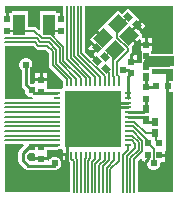
<source format=gtl>
%FSLAX24Y24*%
%MOIN*%
G70*
G01*
G75*
G04 Layer_Physical_Order=1*
G04 Layer_Color=255*
%ADD10R,0.0394X0.0709*%
%ADD11R,0.0197X0.0236*%
%ADD12R,0.0197X0.0256*%
%ADD13R,0.0236X0.0197*%
%ADD14R,0.0400X0.0370*%
G04:AMPARAMS|DCode=15|XSize=47.2mil|YSize=43.3mil|CornerRadius=0mil|HoleSize=0mil|Usage=FLASHONLY|Rotation=225.000|XOffset=0mil|YOffset=0mil|HoleType=Round|Shape=Rectangle|*
%AMROTATEDRECTD15*
4,1,4,0.0014,0.0320,0.0320,0.0014,-0.0014,-0.0320,-0.0320,-0.0014,0.0014,0.0320,0.0*
%
%ADD15ROTATEDRECTD15*%

%ADD16O,0.0256X0.0079*%
%ADD17O,0.0079X0.0256*%
%ADD18R,0.1850X0.1850*%
G04:AMPARAMS|DCode=19|XSize=19.7mil|YSize=23.6mil|CornerRadius=0mil|HoleSize=0mil|Usage=FLASHONLY|Rotation=225.000|XOffset=0mil|YOffset=0mil|HoleType=Round|Shape=Rectangle|*
%AMROTATEDRECTD19*
4,1,4,-0.0014,0.0153,0.0153,-0.0014,0.0014,-0.0153,-0.0153,0.0014,-0.0014,0.0153,0.0*
%
%ADD19ROTATEDRECTD19*%

%ADD20C,0.0060*%
%ADD21C,0.0080*%
%ADD22C,0.0370*%
%ADD23C,0.0090*%
%ADD24C,0.0240*%
%ADD25C,0.0260*%
G36*
X2670Y2169D02*
X2517D01*
X2510Y2170D01*
X1948D01*
Y2269D01*
X1988D01*
Y2437D01*
X1592D01*
Y2269D01*
X1632D01*
Y1982D01*
X1631Y1979D01*
X1626Y1952D01*
X1625Y1924D01*
X1626Y1897D01*
X1626Y1897D01*
D01*
X1597Y1860D01*
X1488D01*
Y1867D01*
X1290D01*
Y1967D01*
X1488D01*
Y2135D01*
X1275D01*
X1256Y2181D01*
X1262Y2188D01*
X1275Y2203D01*
X1286Y2221D01*
X1294Y2240D01*
X1294Y2240D01*
X1294Y2240D01*
Y2240D01*
X1299Y2260D01*
X1300Y2280D01*
Y2360D01*
X1299Y2380D01*
X1295Y2396D01*
X1294Y2400D01*
X1292Y2405D01*
X1410Y2523D01*
X1186Y2746D01*
X1257Y2817D01*
X1481Y2593D01*
X1545Y2658D01*
X1592Y2639D01*
Y2537D01*
X1740D01*
Y2705D01*
X1658D01*
X1639Y2751D01*
X1683Y2796D01*
X1558Y2921D01*
X1578Y2941D01*
X1424Y3095D01*
X1459Y3131D01*
X1424Y3166D01*
X1564Y3306D01*
X1445Y3425D01*
X1167Y3704D01*
X971Y3508D01*
X846Y3633D01*
X372Y3160D01*
Y3160D01*
X170Y2957D01*
X394Y2734D01*
X323Y2663D01*
X99Y2887D01*
X-103Y2684D01*
X22Y2559D01*
X12Y2549D01*
X166Y2395D01*
X131Y2359D01*
X166Y2324D01*
X26Y2184D01*
X56Y2153D01*
X32Y2129D01*
X186Y1975D01*
X115Y1904D01*
X-39Y2058D01*
X-47Y2050D01*
X-250Y2252D01*
Y3770D01*
X2670D01*
Y2169D01*
D02*
G37*
G36*
X-1902Y2358D02*
X-1887Y2344D01*
X-1869Y2334D01*
X-1850Y2326D01*
X-1830Y2321D01*
X-1810Y2320D01*
X-1574D01*
X-1470Y2216D01*
Y1800D01*
X-1469Y1780D01*
X-1464Y1760D01*
X-1459Y1749D01*
X-1456Y1741D01*
X-1445Y1724D01*
X-1432Y1708D01*
X-1006Y1282D01*
X-1006Y1280D01*
Y1102D01*
X-1004Y1080D01*
X-999Y1059D01*
X-999Y1059D01*
X-999Y1059D01*
X-998Y1025D01*
X-1025D01*
Y998D01*
X-1059Y999D01*
X-1059Y999D01*
X-1059Y999D01*
X-1080Y1004D01*
X-1102Y1006D01*
X-1152D01*
X-1168Y1010D01*
X-1191Y1012D01*
X-1522D01*
Y1097D01*
Y1265D01*
X-1918D01*
Y1236D01*
X-1952Y1168D01*
X-1959Y1163D01*
X-1982Y1171D01*
X-2011Y1177D01*
X-2040Y1179D01*
X-2048Y1178D01*
X-2084Y1212D01*
Y1653D01*
X-2074Y1662D01*
X-2055Y1684D01*
X-2039Y1708D01*
X-2026Y1734D01*
X-2017Y1761D01*
X-2011Y1789D01*
X-2009Y1818D01*
X-2011Y1847D01*
X-2017Y1875D01*
X-2026Y1902D01*
X-2039Y1928D01*
X-2055Y1952D01*
X-2074Y1974D01*
X-2095Y1993D01*
X-2119Y2009D01*
X-2145Y2022D01*
X-2172Y2031D01*
X-2201Y2037D01*
X-2230Y2039D01*
X-2258Y2037D01*
X-2287Y2031D01*
X-2314Y2022D01*
X-2340Y2009D01*
X-2364Y1993D01*
X-2385Y1974D01*
X-2404Y1952D01*
X-2420Y1928D01*
X-2433Y1902D01*
X-2442Y1875D01*
X-2448Y1847D01*
X-2450Y1818D01*
X-2448Y1789D01*
X-2442Y1761D01*
X-2433Y1734D01*
X-2420Y1708D01*
X-2404Y1684D01*
X-2385Y1662D01*
X-2375Y1653D01*
Y1148D01*
X-2375Y1148D01*
X-2375D01*
X-2373Y1125D01*
X-2368Y1103D01*
X-2359Y1082D01*
X-2347Y1063D01*
X-2332Y1045D01*
X-2259Y972D01*
X-2260Y958D01*
X-2258Y929D01*
X-2252Y901D01*
X-2243Y874D01*
X-2230Y848D01*
X-2214Y824D01*
X-2195Y802D01*
X-2174Y783D01*
X-2150Y767D01*
X-2124Y754D01*
X-2097Y745D01*
X-2068Y740D01*
X-2040Y738D01*
X-2035Y738D01*
X-2002Y700D01*
X-2006Y680D01*
X-2911D01*
Y2440D01*
X-1984D01*
X-1902Y2358D01*
D02*
G37*
G36*
X2670Y1288D02*
X2547D01*
Y1090D01*
Y892D01*
X2670D01*
Y-2430D01*
X1500D01*
Y-1396D01*
X1595Y-1301D01*
X1642Y-1321D01*
Y-1415D01*
X1775D01*
X1809Y-1451D01*
X1808Y-1472D01*
X1810Y-1501D01*
X1815Y-1529D01*
X1825Y-1556D01*
X1837Y-1582D01*
X1854Y-1606D01*
X1873Y-1628D01*
X1894Y-1647D01*
X1918Y-1663D01*
X1944Y-1676D01*
X1971Y-1685D01*
X2000Y-1690D01*
X2028Y-1692D01*
X2057Y-1690D01*
X2085Y-1685D01*
X2113Y-1676D01*
X2139Y-1663D01*
X2163Y-1647D01*
X2184Y-1628D01*
X2203Y-1606D01*
X2219Y-1582D01*
X2232Y-1556D01*
X2241Y-1529D01*
X2247Y-1501D01*
X2249Y-1472D01*
X2248Y-1451D01*
X2282Y-1415D01*
X2418D01*
Y-1247D01*
X2220D01*
Y-1147D01*
X2418D01*
Y-1070D01*
X2430D01*
Y892D01*
X2447D01*
Y1090D01*
Y1288D01*
X2430D01*
Y1500D01*
X1990D01*
Y1679D01*
X2510D01*
X2517Y1679D01*
X2670D01*
Y1288D01*
D02*
G37*
G36*
X-990Y3555D02*
X-1000D01*
Y3337D01*
X-1100D01*
Y3555D01*
X-1161D01*
Y3594D01*
X-1755D01*
Y2994D01*
X-1801Y2975D01*
X-1861Y3035D01*
X-1876Y3049D01*
X-1894Y3059D01*
X-1902Y3063D01*
X-1913Y3067D01*
X-1933Y3072D01*
X-1953Y3074D01*
X-2145D01*
Y3594D01*
X-2739D01*
Y3555D01*
X-2800D01*
Y3337D01*
X-2900D01*
Y3555D01*
X-2911D01*
Y3770D01*
X-990D01*
Y3555D01*
D02*
G37*
G36*
X-2299Y-885D02*
X-2442Y-1029D01*
X-2457Y-1046D01*
X-2469Y-1066D01*
X-2478Y-1087D01*
X-2483Y-1109D01*
X-2485Y-1132D01*
Y-1362D01*
X-2483Y-1385D01*
X-2478Y-1407D01*
X-2469Y-1428D01*
X-2457Y-1447D01*
X-2442Y-1465D01*
X-2259Y-1648D01*
X-2242Y-1663D01*
X-2222Y-1675D01*
X-2201Y-1683D01*
X-2179Y-1689D01*
X-2156Y-1690D01*
X-1301D01*
X-1301Y-1690D01*
X-1272Y-1692D01*
X-1244Y-1690D01*
X-1215Y-1685D01*
X-1188Y-1676D01*
X-1162Y-1663D01*
X-1138Y-1647D01*
X-1116Y-1628D01*
X-1097Y-1606D01*
X-1081Y-1582D01*
X-1069Y-1556D01*
X-1059Y-1529D01*
X-1054Y-1501D01*
X-1052Y-1472D01*
X-1054Y-1443D01*
X-1059Y-1415D01*
X-1069Y-1388D01*
X-1081Y-1362D01*
X-1097Y-1338D01*
X-1116Y-1316D01*
X-1138Y-1297D01*
X-1162Y-1281D01*
X-1188Y-1268D01*
X-1215Y-1259D01*
X-1244Y-1253D01*
X-1272Y-1251D01*
X-1301Y-1253D01*
X-1329Y-1259D01*
X-1357Y-1268D01*
X-1383Y-1281D01*
X-1407Y-1297D01*
X-1428Y-1316D01*
X-1447Y-1338D01*
X-1463Y-1362D01*
X-1473Y-1381D01*
X-1522Y-1370D01*
Y-1367D01*
X-1918D01*
Y-1400D01*
X-2096D01*
X-2194Y-1302D01*
Y-1192D01*
X-2115Y-1113D01*
X-2094Y-1124D01*
X-2067Y-1133D01*
X-2039Y-1139D01*
X-2010Y-1140D01*
X-1981Y-1139D01*
X-1957Y-1134D01*
X-1951Y-1139D01*
X-1918Y-1235D01*
Y-1267D01*
X-1522D01*
Y-1141D01*
Y-1012D01*
X-1181D01*
X-1158Y-1010D01*
X-1142Y-1006D01*
X-1102D01*
X-1080Y-1004D01*
X-1059Y-999D01*
X-1059Y-999D01*
X-1059Y-999D01*
X-1025Y-998D01*
Y-1025D01*
X-998D01*
D01*
X-999Y-1059D01*
X-999Y-1059D01*
X-999Y-1059D01*
X-1004Y-1080D01*
X-1006Y-1102D01*
Y-1141D01*
X-866D01*
Y-1191D01*
X-848D01*
Y-1280D01*
X-847Y-1301D01*
X-842Y-1323D01*
X-838Y-1332D01*
X-837Y-1338D01*
X-833Y-1358D01*
X-825Y-1376D01*
X-816Y-1391D01*
Y-1410D01*
X-805Y-1405D01*
X-801Y-1409D01*
X-760Y-1450D01*
Y-2430D01*
X-2911D01*
Y-839D01*
X-2318D01*
X-2299Y-885D01*
D02*
G37*
%LPC*%
G36*
X-916Y-1241D02*
X-1006D01*
Y-1280D01*
X-1004Y-1301D01*
X-999Y-1323D01*
X-991Y-1343D01*
X-979Y-1362D01*
X-965Y-1378D01*
X-948Y-1393D01*
X-930Y-1404D01*
X-916Y-1410D01*
Y-1241D01*
D02*
G37*
G36*
X-1770Y1533D02*
X-1918D01*
Y1365D01*
X-1770D01*
Y1533D01*
D02*
G37*
G36*
X1988Y2705D02*
X1840D01*
Y2537D01*
X1988D01*
Y2705D01*
D02*
G37*
G36*
X1635Y3236D02*
X1530Y3131D01*
X1649Y3012D01*
X1754Y3117D01*
X1635Y3236D01*
D02*
G37*
G36*
X-1522Y1533D02*
X-1670D01*
Y1365D01*
X-1522D01*
Y1533D01*
D02*
G37*
G36*
X-59Y2478D02*
X-164Y2373D01*
X-45Y2254D01*
X60Y2359D01*
X-59Y2478D01*
D02*
G37*
%LPD*%
D10*
X-1458Y3140D02*
D03*
X-2442D02*
D03*
D11*
X-2850Y2943D02*
D03*
Y3337D02*
D03*
X-1050Y2943D02*
D03*
Y3337D02*
D03*
X1790Y2487D02*
D03*
Y2093D02*
D03*
Y1067D02*
D03*
Y673D02*
D03*
X2220Y-1197D02*
D03*
Y-803D02*
D03*
X1840D02*
D03*
Y-1197D02*
D03*
X-1720Y-923D02*
D03*
Y-1317D02*
D03*
X1290Y1523D02*
D03*
Y1917D02*
D03*
X-1720Y921D02*
D03*
Y1315D02*
D03*
D12*
X1790Y1767D02*
D03*
Y1393D02*
D03*
X2070Y-103D02*
D03*
Y-477D02*
D03*
X1790Y347D02*
D03*
Y-27D02*
D03*
D13*
X2497Y1090D02*
D03*
X2103D02*
D03*
D14*
X2510Y1924D02*
D03*
D15*
X1221Y2782D02*
D03*
X832Y3171D02*
D03*
X748Y2308D02*
D03*
X358Y2698D02*
D03*
D16*
X-1191Y866D02*
D03*
Y709D02*
D03*
Y551D02*
D03*
Y394D02*
D03*
Y236D02*
D03*
Y79D02*
D03*
Y-79D02*
D03*
Y-236D02*
D03*
Y-394D02*
D03*
Y-551D02*
D03*
Y-709D02*
D03*
Y-866D02*
D03*
X1191D02*
D03*
Y-709D02*
D03*
Y-551D02*
D03*
Y-394D02*
D03*
Y-236D02*
D03*
Y-79D02*
D03*
Y79D02*
D03*
Y236D02*
D03*
Y394D02*
D03*
Y551D02*
D03*
Y709D02*
D03*
Y866D02*
D03*
D17*
X-866Y-1191D02*
D03*
X-709D02*
D03*
X-551D02*
D03*
X-394D02*
D03*
X-236D02*
D03*
X-79D02*
D03*
X79D02*
D03*
X236D02*
D03*
X394D02*
D03*
X551D02*
D03*
X709D02*
D03*
X866D02*
D03*
Y1191D02*
D03*
X709D02*
D03*
X551D02*
D03*
X394D02*
D03*
X236D02*
D03*
X79D02*
D03*
X-79D02*
D03*
X-236D02*
D03*
X-394D02*
D03*
X-551D02*
D03*
X-709D02*
D03*
X-866D02*
D03*
D18*
X-0Y0D02*
D03*
D19*
X429Y1661D02*
D03*
X151Y1939D02*
D03*
X409Y2081D02*
D03*
X131Y2359D02*
D03*
X1181Y3409D02*
D03*
X1459Y3131D02*
D03*
D20*
X-980Y1949D02*
Y2420D01*
X-1100Y1900D02*
Y2370D01*
X-1220Y1850D02*
Y2320D01*
X-1340Y1800D02*
Y2270D01*
X-1810Y2450D02*
X-1520D01*
X-2920Y2570D02*
X-1930D01*
X-1810Y2450D01*
X-1750Y2570D02*
X-1470D01*
X-2920Y2690D02*
X-1870D01*
X-1750Y2570D01*
X-2850Y2943D02*
X-1953D01*
X-1700Y2690D01*
X-1420D01*
X-1261Y2943D02*
X-1050D01*
X-1465Y2905D02*
X-980Y2420D01*
X-1420Y2690D02*
X-1100Y2370D01*
X-1470Y2570D02*
X-1220Y2320D01*
X-1520Y2450D02*
X-1340Y2270D01*
X-380Y2198D02*
Y3779D01*
X-500Y2148D02*
Y3779D01*
X-620Y2099D02*
Y3779D01*
X-740Y2049D02*
Y3779D01*
X-860Y1999D02*
Y3779D01*
X-2919Y-709D02*
X-1181D01*
X-2919Y-551D02*
X-1181D01*
X-2919Y-394D02*
X-1181D01*
X-2919Y-236D02*
X-1181D01*
X-2919Y-79D02*
X-1181D01*
X-2919Y79D02*
X-1181D01*
X-2919Y236D02*
X-1181D01*
X-2919Y394D02*
X-1181D01*
X-709Y1181D02*
Y1339D01*
X-551Y1181D02*
Y1351D01*
X-394Y1181D02*
Y1363D01*
X-236Y1181D02*
Y1375D01*
X-79Y1181D02*
Y1388D01*
X79Y1181D02*
Y1400D01*
X236Y1181D02*
Y1412D01*
X394Y1181D02*
Y1424D01*
X-866Y1181D02*
Y1326D01*
X-1340Y1800D02*
X-866Y1326D01*
X-1220Y1850D02*
X-709Y1339D01*
X-1100Y1900D02*
X-551Y1351D01*
X-980Y1949D02*
X-394Y1363D01*
X-860Y1999D02*
X-236Y1375D01*
X-740Y2049D02*
X-79Y1388D01*
X-620Y2099D02*
X79Y1400D01*
X-500Y2148D02*
X236Y1412D01*
X-380Y2198D02*
X394Y1424D01*
X810Y2720D02*
X1170Y2360D01*
X810Y2720D02*
Y3038D01*
X1181Y3409D01*
X409Y2081D02*
X618Y2290D01*
X1170Y2280D02*
Y2360D01*
X618Y2290D02*
X709D01*
X709Y1191D02*
Y1411D01*
X709Y1181D02*
Y1191D01*
Y2269D02*
Y2290D01*
Y2269D02*
X748Y2308D01*
X681Y2241D02*
X709Y2269D01*
X681Y1439D02*
X709Y1411D01*
X681Y1439D02*
Y2241D01*
X866Y1191D02*
Y1424D01*
X801Y1489D02*
X866Y1424D01*
X801Y1489D02*
Y1911D01*
X1170Y2280D01*
X1529Y-1014D02*
Y-763D01*
X1649Y-1064D02*
Y-713D01*
X1181Y-236D02*
X1342D01*
X1840Y-735D01*
Y-803D02*
Y-735D01*
X-2919Y550D02*
X-1220D01*
X1840Y-803D02*
X2028Y-992D01*
Y-1464D02*
Y-992D01*
X1181Y-709D02*
X1305D01*
X1409Y-813D01*
X1181Y-551D02*
X1317D01*
X1529Y-763D01*
X1181Y-394D02*
X1329D01*
X1649Y-713D01*
X1181Y-1022D02*
Y-866D01*
X1010Y-1193D02*
X1181Y-1022D01*
X1409Y-964D02*
Y-813D01*
X1130Y-1243D02*
X1409Y-964D01*
X1250Y-1293D02*
X1529Y-1014D01*
X1370Y-1342D02*
X1649Y-1064D01*
X-709Y-1191D02*
Y-1181D01*
X-630Y-2440D02*
Y-1396D01*
X-709Y-1317D02*
X-630Y-1396D01*
X-709Y-1317D02*
Y-1191D01*
X-510Y-2440D02*
Y-1347D01*
X-551Y-1305D02*
X-510Y-1347D01*
X-551Y-1305D02*
Y-1191D01*
X-390Y-2440D02*
Y-1282D01*
X-394Y-1278D02*
X-390Y-1282D01*
X-394Y-1278D02*
Y-1191D01*
X-236Y-1296D02*
Y-1191D01*
X-270Y-2440D02*
Y-1329D01*
X-236Y-1296D01*
X-150Y-1379D02*
X-79Y-1308D01*
X-150Y-2440D02*
Y-1379D01*
X-29Y-1428D02*
X79Y-1321D01*
X-29Y-2440D02*
Y-1428D01*
X91Y-1478D02*
X236Y-1333D01*
X91Y-2440D02*
Y-1478D01*
X-79Y-1308D02*
Y-1191D01*
X580Y-1669D02*
X866Y-1383D01*
X580Y-2440D02*
Y-1669D01*
X866Y-1191D02*
Y-1181D01*
X866Y-1383D02*
Y-1191D01*
X460Y-1619D02*
X709Y-1371D01*
X709Y-1191D02*
Y-1181D01*
X460Y-2440D02*
Y-1619D01*
X709Y-1371D02*
Y-1191D01*
X340Y-1569D02*
X551Y-1358D01*
X551Y-1191D02*
Y-1181D01*
X340Y-2440D02*
Y-1569D01*
X551Y-1358D02*
Y-1191D01*
X220Y-2440D02*
Y-1519D01*
X394Y-1346D01*
X394Y-1191D02*
Y-1181D01*
X394Y-1346D02*
Y-1191D01*
X236D02*
Y-1181D01*
X236Y-1333D02*
Y-1191D01*
X79D02*
Y-1181D01*
X79Y-1321D02*
Y-1191D01*
X-79D02*
Y-1181D01*
X-394Y-1191D02*
Y-1181D01*
X1370Y-2440D02*
Y-1342D01*
X1250Y-2440D02*
Y-1293D01*
X1130Y-2440D02*
Y-1243D01*
X1010Y-2440D02*
Y-1193D01*
D21*
X2120Y-703D02*
X2220Y-803D01*
X1766Y-477D02*
X2070D01*
X2120Y-703D02*
Y-527D01*
X2070Y-477D02*
X2120Y-527D01*
X1368Y-79D02*
X1766Y-477D01*
X1181Y-79D02*
X1368D01*
X429Y1661D02*
X551Y1539D01*
Y1181D02*
Y1539D01*
D22*
X1870Y1924D02*
X2510D01*
D23*
X1790Y2487D02*
Y2840D01*
X1866Y-103D02*
X2070D01*
X1679Y236D02*
X1790Y347D01*
X1684Y79D02*
X1866Y-103D01*
X1790Y347D02*
Y683D01*
X1181Y236D02*
X1679D01*
X1181Y79D02*
X1684D01*
X1793Y1070D02*
X2133D01*
X1790Y1067D02*
Y1393D01*
X1290Y2150D02*
X1390Y2250D01*
X1290Y1917D02*
Y2150D01*
X-866Y-866D02*
X0Y0D01*
X-866Y-1181D02*
Y-866D01*
X551Y551D02*
X1181D01*
X394Y394D02*
X1181D01*
X1181Y1414D02*
X1290Y1523D01*
X1181Y709D02*
Y1414D01*
X1221Y2782D02*
Y2893D01*
X1459Y3131D01*
X1020Y1650D02*
X1163D01*
X1290Y1523D01*
X1410Y2250D02*
Y2593D01*
X1221Y2782D02*
X1410Y2593D01*
X1390Y2250D02*
X1410D01*
X1420D01*
X-2040Y958D02*
X-1948Y866D01*
X-1191D01*
X-2230Y1148D02*
X-2040Y958D01*
X-2230Y1148D02*
Y1818D01*
X-2156Y-1545D02*
X-1296D01*
X-2340Y-1362D02*
X-2156Y-1545D01*
X-2340Y-1362D02*
Y-1132D01*
X-2128Y-920D01*
X-2010D01*
X-1996Y-866D02*
X-1181D01*
X1840Y-1332D02*
Y-1197D01*
X1752Y-1420D02*
X1840Y-1332D01*
X-866Y-1418D02*
Y-1191D01*
X-920Y-1472D02*
X-866Y-1418D01*
X-1296Y-1545D02*
X-1222Y-1472D01*
D24*
X-2790Y808D02*
D03*
X-2790Y2320D02*
D03*
X-1950Y3190D02*
D03*
X-130Y3650D02*
D03*
X2550D02*
D03*
X-2790D02*
D03*
X-1110D02*
D03*
X-2790Y-960D02*
D03*
X-2790Y-2310D02*
D03*
X2550Y-1480D02*
D03*
X1620Y-1480D02*
D03*
X2550Y1550D02*
D03*
Y2290D02*
D03*
Y700D02*
D03*
X1730Y2880D02*
D03*
X2070Y3400D02*
D03*
X-2040Y-1270D02*
D03*
X1410Y2250D02*
D03*
X-1230Y-1140D02*
D03*
X1020Y1650D02*
D03*
X-70Y2190D02*
D03*
X-2010Y-920D02*
D03*
X-1590Y2130D02*
D03*
X40Y2980D02*
D03*
X-1230Y1208D02*
D03*
X-2040Y958D02*
D03*
X-2230Y1818D02*
D03*
X-1990Y1638D02*
D03*
X-1272Y-1472D02*
D03*
X2028Y-1472D02*
D03*
X-920D02*
D03*
X-880Y-2310D02*
D03*
X1620D02*
D03*
X2550D02*
D03*
D25*
X-709Y709D02*
D03*
X-236D02*
D03*
X236D02*
D03*
X709D02*
D03*
X-709Y236D02*
D03*
X-236D02*
D03*
X236D02*
D03*
X709D02*
D03*
X-709Y-236D02*
D03*
X-236D02*
D03*
X236D02*
D03*
X709D02*
D03*
X-709Y-709D02*
D03*
X-236D02*
D03*
X236D02*
D03*
X709D02*
D03*
M02*

</source>
